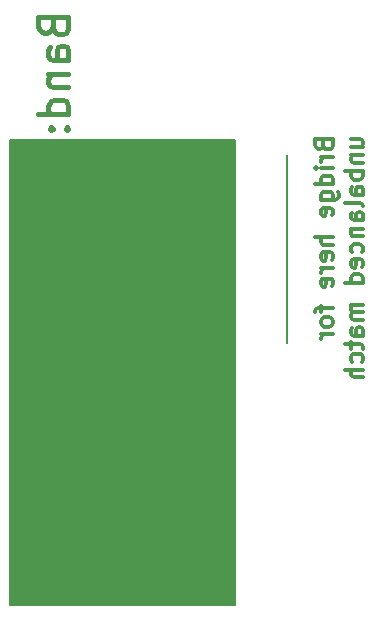
<source format=gbr>
G04 #@! TF.GenerationSoftware,KiCad,Pcbnew,5.0.2-bee76a0~70~ubuntu16.04.1*
G04 #@! TF.CreationDate,2021-05-01T11:56:51-07:00*
G04 #@! TF.ProjectId,matching-network-modules,6d617463-6869-46e6-972d-6e6574776f72,rev?*
G04 #@! TF.SameCoordinates,Original*
G04 #@! TF.FileFunction,Legend,Bot*
G04 #@! TF.FilePolarity,Positive*
%FSLAX46Y46*%
G04 Gerber Fmt 4.6, Leading zero omitted, Abs format (unit mm)*
G04 Created by KiCad (PCBNEW 5.0.2-bee76a0~70~ubuntu16.04.1) date Sat 01 May 2021 11:56:51 AM PDT*
%MOMM*%
%LPD*%
G01*
G04 APERTURE LIST*
%ADD10C,0.381000*%
%ADD11C,0.150000*%
%ADD12C,0.300000*%
%ADD13C,0.200000*%
G04 APERTURE END LIST*
D10*
X108403571Y-78679523D02*
X108524523Y-79042380D01*
X108645476Y-79163333D01*
X108887380Y-79284285D01*
X109250238Y-79284285D01*
X109492142Y-79163333D01*
X109613095Y-79042380D01*
X109734047Y-78800476D01*
X109734047Y-77832857D01*
X107194047Y-77832857D01*
X107194047Y-78679523D01*
X107315000Y-78921428D01*
X107435952Y-79042380D01*
X107677857Y-79163333D01*
X107919761Y-79163333D01*
X108161666Y-79042380D01*
X108282619Y-78921428D01*
X108403571Y-78679523D01*
X108403571Y-77832857D01*
X109734047Y-81461428D02*
X108403571Y-81461428D01*
X108161666Y-81340476D01*
X108040714Y-81098571D01*
X108040714Y-80614761D01*
X108161666Y-80372857D01*
X109613095Y-81461428D02*
X109734047Y-81219523D01*
X109734047Y-80614761D01*
X109613095Y-80372857D01*
X109371190Y-80251904D01*
X109129285Y-80251904D01*
X108887380Y-80372857D01*
X108766428Y-80614761D01*
X108766428Y-81219523D01*
X108645476Y-81461428D01*
X108040714Y-82670952D02*
X109734047Y-82670952D01*
X108282619Y-82670952D02*
X108161666Y-82791904D01*
X108040714Y-83033809D01*
X108040714Y-83396666D01*
X108161666Y-83638571D01*
X108403571Y-83759523D01*
X109734047Y-83759523D01*
X109734047Y-86057619D02*
X107194047Y-86057619D01*
X109613095Y-86057619D02*
X109734047Y-85815714D01*
X109734047Y-85331904D01*
X109613095Y-85090000D01*
X109492142Y-84969047D01*
X109250238Y-84848095D01*
X108524523Y-84848095D01*
X108282619Y-84969047D01*
X108161666Y-85090000D01*
X108040714Y-85331904D01*
X108040714Y-85815714D01*
X108161666Y-86057619D01*
X109492142Y-87267142D02*
X109613095Y-87388095D01*
X109734047Y-87267142D01*
X109613095Y-87146190D01*
X109492142Y-87267142D01*
X109734047Y-87267142D01*
X108161666Y-87267142D02*
X108282619Y-87388095D01*
X108403571Y-87267142D01*
X108282619Y-87146190D01*
X108161666Y-87267142D01*
X108403571Y-87267142D01*
D11*
G36*
X104775000Y-127635000D02*
X123825000Y-127635000D01*
X123825000Y-88265000D01*
X104775000Y-88265000D01*
X104775000Y-127635000D01*
G37*
X104775000Y-127635000D02*
X123825000Y-127635000D01*
X123825000Y-88265000D01*
X104775000Y-88265000D01*
X104775000Y-127635000D01*
D12*
X131332857Y-88682142D02*
X131404285Y-88896428D01*
X131475714Y-88967857D01*
X131618571Y-89039285D01*
X131832857Y-89039285D01*
X131975714Y-88967857D01*
X132047142Y-88896428D01*
X132118571Y-88753571D01*
X132118571Y-88182142D01*
X130618571Y-88182142D01*
X130618571Y-88682142D01*
X130690000Y-88825000D01*
X130761428Y-88896428D01*
X130904285Y-88967857D01*
X131047142Y-88967857D01*
X131190000Y-88896428D01*
X131261428Y-88825000D01*
X131332857Y-88682142D01*
X131332857Y-88182142D01*
X132118571Y-89682142D02*
X131118571Y-89682142D01*
X131404285Y-89682142D02*
X131261428Y-89753571D01*
X131190000Y-89825000D01*
X131118571Y-89967857D01*
X131118571Y-90110714D01*
X132118571Y-90610714D02*
X131118571Y-90610714D01*
X130618571Y-90610714D02*
X130690000Y-90539285D01*
X130761428Y-90610714D01*
X130690000Y-90682142D01*
X130618571Y-90610714D01*
X130761428Y-90610714D01*
X132118571Y-91967857D02*
X130618571Y-91967857D01*
X132047142Y-91967857D02*
X132118571Y-91825000D01*
X132118571Y-91539285D01*
X132047142Y-91396428D01*
X131975714Y-91325000D01*
X131832857Y-91253571D01*
X131404285Y-91253571D01*
X131261428Y-91325000D01*
X131190000Y-91396428D01*
X131118571Y-91539285D01*
X131118571Y-91825000D01*
X131190000Y-91967857D01*
X131118571Y-93325000D02*
X132332857Y-93325000D01*
X132475714Y-93253571D01*
X132547142Y-93182142D01*
X132618571Y-93039285D01*
X132618571Y-92825000D01*
X132547142Y-92682142D01*
X132047142Y-93325000D02*
X132118571Y-93182142D01*
X132118571Y-92896428D01*
X132047142Y-92753571D01*
X131975714Y-92682142D01*
X131832857Y-92610714D01*
X131404285Y-92610714D01*
X131261428Y-92682142D01*
X131190000Y-92753571D01*
X131118571Y-92896428D01*
X131118571Y-93182142D01*
X131190000Y-93325000D01*
X132047142Y-94610714D02*
X132118571Y-94467857D01*
X132118571Y-94182142D01*
X132047142Y-94039285D01*
X131904285Y-93967857D01*
X131332857Y-93967857D01*
X131190000Y-94039285D01*
X131118571Y-94182142D01*
X131118571Y-94467857D01*
X131190000Y-94610714D01*
X131332857Y-94682142D01*
X131475714Y-94682142D01*
X131618571Y-93967857D01*
X132118571Y-96467857D02*
X130618571Y-96467857D01*
X132118571Y-97110714D02*
X131332857Y-97110714D01*
X131190000Y-97039285D01*
X131118571Y-96896428D01*
X131118571Y-96682142D01*
X131190000Y-96539285D01*
X131261428Y-96467857D01*
X132047142Y-98396428D02*
X132118571Y-98253571D01*
X132118571Y-97967857D01*
X132047142Y-97825000D01*
X131904285Y-97753571D01*
X131332857Y-97753571D01*
X131190000Y-97825000D01*
X131118571Y-97967857D01*
X131118571Y-98253571D01*
X131190000Y-98396428D01*
X131332857Y-98467857D01*
X131475714Y-98467857D01*
X131618571Y-97753571D01*
X132118571Y-99110714D02*
X131118571Y-99110714D01*
X131404285Y-99110714D02*
X131261428Y-99182142D01*
X131190000Y-99253571D01*
X131118571Y-99396428D01*
X131118571Y-99539285D01*
X132047142Y-100610714D02*
X132118571Y-100467857D01*
X132118571Y-100182142D01*
X132047142Y-100039285D01*
X131904285Y-99967857D01*
X131332857Y-99967857D01*
X131190000Y-100039285D01*
X131118571Y-100182142D01*
X131118571Y-100467857D01*
X131190000Y-100610714D01*
X131332857Y-100682142D01*
X131475714Y-100682142D01*
X131618571Y-99967857D01*
X131118571Y-102253571D02*
X131118571Y-102825000D01*
X132118571Y-102467857D02*
X130832857Y-102467857D01*
X130690000Y-102539285D01*
X130618571Y-102682142D01*
X130618571Y-102825000D01*
X132118571Y-103539285D02*
X132047142Y-103396428D01*
X131975714Y-103325000D01*
X131832857Y-103253571D01*
X131404285Y-103253571D01*
X131261428Y-103325000D01*
X131190000Y-103396428D01*
X131118571Y-103539285D01*
X131118571Y-103753571D01*
X131190000Y-103896428D01*
X131261428Y-103967857D01*
X131404285Y-104039285D01*
X131832857Y-104039285D01*
X131975714Y-103967857D01*
X132047142Y-103896428D01*
X132118571Y-103753571D01*
X132118571Y-103539285D01*
X132118571Y-104682142D02*
X131118571Y-104682142D01*
X131404285Y-104682142D02*
X131261428Y-104753571D01*
X131190000Y-104825000D01*
X131118571Y-104967857D01*
X131118571Y-105110714D01*
X133668571Y-88825000D02*
X134668571Y-88825000D01*
X133668571Y-88182142D02*
X134454285Y-88182142D01*
X134597142Y-88253571D01*
X134668571Y-88396428D01*
X134668571Y-88610714D01*
X134597142Y-88753571D01*
X134525714Y-88825000D01*
X133668571Y-89539285D02*
X134668571Y-89539285D01*
X133811428Y-89539285D02*
X133740000Y-89610714D01*
X133668571Y-89753571D01*
X133668571Y-89967857D01*
X133740000Y-90110714D01*
X133882857Y-90182142D01*
X134668571Y-90182142D01*
X134668571Y-90896428D02*
X133168571Y-90896428D01*
X133740000Y-90896428D02*
X133668571Y-91039285D01*
X133668571Y-91325000D01*
X133740000Y-91467857D01*
X133811428Y-91539285D01*
X133954285Y-91610714D01*
X134382857Y-91610714D01*
X134525714Y-91539285D01*
X134597142Y-91467857D01*
X134668571Y-91325000D01*
X134668571Y-91039285D01*
X134597142Y-90896428D01*
X134668571Y-92896428D02*
X133882857Y-92896428D01*
X133740000Y-92825000D01*
X133668571Y-92682142D01*
X133668571Y-92396428D01*
X133740000Y-92253571D01*
X134597142Y-92896428D02*
X134668571Y-92753571D01*
X134668571Y-92396428D01*
X134597142Y-92253571D01*
X134454285Y-92182142D01*
X134311428Y-92182142D01*
X134168571Y-92253571D01*
X134097142Y-92396428D01*
X134097142Y-92753571D01*
X134025714Y-92896428D01*
X134668571Y-93825000D02*
X134597142Y-93682142D01*
X134454285Y-93610714D01*
X133168571Y-93610714D01*
X134668571Y-95039285D02*
X133882857Y-95039285D01*
X133740000Y-94967857D01*
X133668571Y-94825000D01*
X133668571Y-94539285D01*
X133740000Y-94396428D01*
X134597142Y-95039285D02*
X134668571Y-94896428D01*
X134668571Y-94539285D01*
X134597142Y-94396428D01*
X134454285Y-94325000D01*
X134311428Y-94325000D01*
X134168571Y-94396428D01*
X134097142Y-94539285D01*
X134097142Y-94896428D01*
X134025714Y-95039285D01*
X133668571Y-95753571D02*
X134668571Y-95753571D01*
X133811428Y-95753571D02*
X133740000Y-95825000D01*
X133668571Y-95967857D01*
X133668571Y-96182142D01*
X133740000Y-96325000D01*
X133882857Y-96396428D01*
X134668571Y-96396428D01*
X134597142Y-97753571D02*
X134668571Y-97610714D01*
X134668571Y-97325000D01*
X134597142Y-97182142D01*
X134525714Y-97110714D01*
X134382857Y-97039285D01*
X133954285Y-97039285D01*
X133811428Y-97110714D01*
X133740000Y-97182142D01*
X133668571Y-97325000D01*
X133668571Y-97610714D01*
X133740000Y-97753571D01*
X134597142Y-98967857D02*
X134668571Y-98825000D01*
X134668571Y-98539285D01*
X134597142Y-98396428D01*
X134454285Y-98325000D01*
X133882857Y-98325000D01*
X133740000Y-98396428D01*
X133668571Y-98539285D01*
X133668571Y-98825000D01*
X133740000Y-98967857D01*
X133882857Y-99039285D01*
X134025714Y-99039285D01*
X134168571Y-98325000D01*
X134668571Y-100325000D02*
X133168571Y-100325000D01*
X134597142Y-100325000D02*
X134668571Y-100182142D01*
X134668571Y-99896428D01*
X134597142Y-99753571D01*
X134525714Y-99682142D01*
X134382857Y-99610714D01*
X133954285Y-99610714D01*
X133811428Y-99682142D01*
X133740000Y-99753571D01*
X133668571Y-99896428D01*
X133668571Y-100182142D01*
X133740000Y-100325000D01*
X134668571Y-102182142D02*
X133668571Y-102182142D01*
X133811428Y-102182142D02*
X133740000Y-102253571D01*
X133668571Y-102396428D01*
X133668571Y-102610714D01*
X133740000Y-102753571D01*
X133882857Y-102825000D01*
X134668571Y-102825000D01*
X133882857Y-102825000D02*
X133740000Y-102896428D01*
X133668571Y-103039285D01*
X133668571Y-103253571D01*
X133740000Y-103396428D01*
X133882857Y-103467857D01*
X134668571Y-103467857D01*
X134668571Y-104825000D02*
X133882857Y-104825000D01*
X133740000Y-104753571D01*
X133668571Y-104610714D01*
X133668571Y-104325000D01*
X133740000Y-104182142D01*
X134597142Y-104825000D02*
X134668571Y-104682142D01*
X134668571Y-104325000D01*
X134597142Y-104182142D01*
X134454285Y-104110714D01*
X134311428Y-104110714D01*
X134168571Y-104182142D01*
X134097142Y-104325000D01*
X134097142Y-104682142D01*
X134025714Y-104825000D01*
X133668571Y-105325000D02*
X133668571Y-105896428D01*
X133168571Y-105539285D02*
X134454285Y-105539285D01*
X134597142Y-105610714D01*
X134668571Y-105753571D01*
X134668571Y-105896428D01*
X134597142Y-107039285D02*
X134668571Y-106896428D01*
X134668571Y-106610714D01*
X134597142Y-106467857D01*
X134525714Y-106396428D01*
X134382857Y-106325000D01*
X133954285Y-106325000D01*
X133811428Y-106396428D01*
X133740000Y-106467857D01*
X133668571Y-106610714D01*
X133668571Y-106896428D01*
X133740000Y-107039285D01*
X134668571Y-107682142D02*
X133168571Y-107682142D01*
X134668571Y-108325000D02*
X133882857Y-108325000D01*
X133740000Y-108253571D01*
X133668571Y-108110714D01*
X133668571Y-107896428D01*
X133740000Y-107753571D01*
X133811428Y-107682142D01*
D13*
X128270000Y-105410000D02*
X128270000Y-89535000D01*
M02*

</source>
